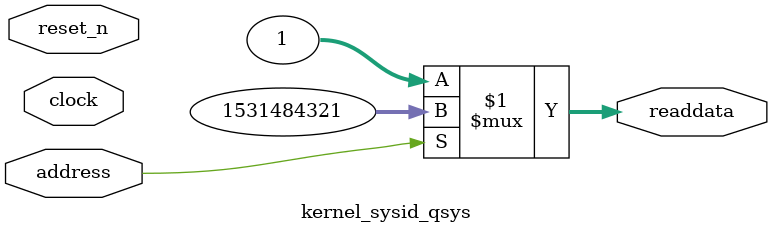
<source format=v>

`timescale 1ns / 1ps
// synthesis translate_on

// turn off superfluous verilog processor warnings 
// altera message_level Level1 
// altera message_off 10034 10035 10036 10037 10230 10240 10030 

module kernel_sysid_qsys (
               // inputs:
                address,
                clock,
                reset_n,

               // outputs:
                readdata
             )
;

  output  [ 31: 0] readdata;
  input            address;
  input            clock;
  input            reset_n;

  wire    [ 31: 0] readdata;
  //control_slave, which is an e_avalon_slave
  assign readdata = address ? 1531484321 : 1;

endmodule




</source>
